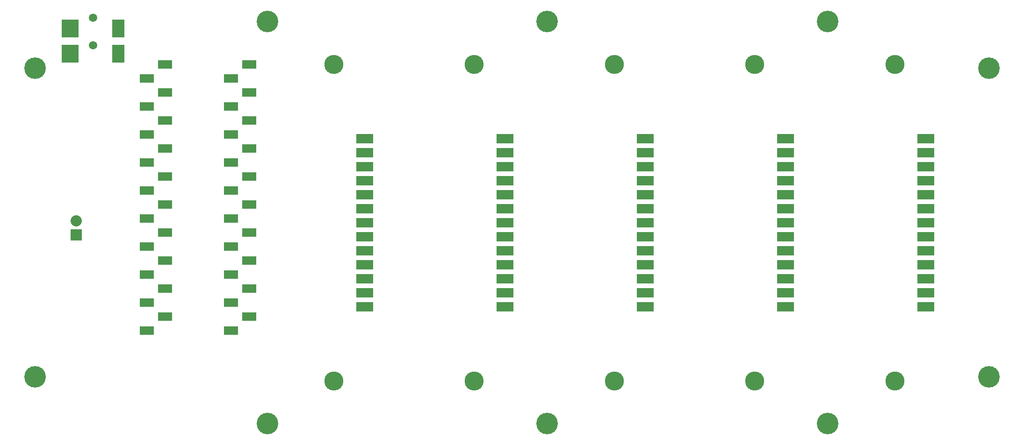
<source format=gts>
G04 (created by PCBNEW-RS274X (2011-05-25)-stable) date Fri 12 Oct 2012 09:19:42 AM PDT*
G01*
G70*
G90*
%MOIN*%
G04 Gerber Fmt 3.4, Leading zero omitted, Abs format*
%FSLAX34Y34*%
G04 APERTURE LIST*
%ADD10C,0.006000*%
%ADD11C,0.153900*%
%ADD12R,0.120000X0.070000*%
%ADD13C,0.136000*%
%ADD14C,0.059000*%
%ADD15R,0.087000X0.130000*%
%ADD16R,0.122400X0.130000*%
%ADD17R,0.080000X0.080000*%
%ADD18C,0.080000*%
%ADD19R,0.098700X0.059400*%
G04 APERTURE END LIST*
G54D10*
G54D11*
X77185Y-41717D03*
X57185Y-41717D03*
X37234Y-41717D03*
X37234Y-13008D03*
X57185Y-13008D03*
X77185Y-13008D03*
G54D12*
X84185Y-21362D03*
X84185Y-22362D03*
X84185Y-23362D03*
X84185Y-24362D03*
X84185Y-25362D03*
X84185Y-26362D03*
X84185Y-27362D03*
X84185Y-28362D03*
X84185Y-29362D03*
X84185Y-30362D03*
X84185Y-31362D03*
X84185Y-32362D03*
X84185Y-33362D03*
G54D13*
X81965Y-16062D03*
X81965Y-38662D03*
G54D12*
X74185Y-21362D03*
X74185Y-22362D03*
X74185Y-23362D03*
X74185Y-24362D03*
X74185Y-25362D03*
X74185Y-26362D03*
X74185Y-27362D03*
X74185Y-28362D03*
X74185Y-29362D03*
X74185Y-30362D03*
X74185Y-31362D03*
X74185Y-32362D03*
X74185Y-33362D03*
G54D13*
X71965Y-16062D03*
X71965Y-38662D03*
G54D12*
X64185Y-21362D03*
X64185Y-22362D03*
X64185Y-23362D03*
X64185Y-24362D03*
X64185Y-25362D03*
X64185Y-26362D03*
X64185Y-27362D03*
X64185Y-28362D03*
X64185Y-29362D03*
X64185Y-30362D03*
X64185Y-31362D03*
X64185Y-32362D03*
X64185Y-33362D03*
G54D13*
X61965Y-16062D03*
X61965Y-38662D03*
G54D12*
X44185Y-21362D03*
X44185Y-22362D03*
X44185Y-23362D03*
X44185Y-24362D03*
X44185Y-25362D03*
X44185Y-26362D03*
X44185Y-27362D03*
X44185Y-28362D03*
X44185Y-29362D03*
X44185Y-30362D03*
X44185Y-31362D03*
X44185Y-32362D03*
X44185Y-33362D03*
G54D13*
X41965Y-16062D03*
X41965Y-38662D03*
G54D14*
X24803Y-12736D03*
X24803Y-14704D03*
G54D15*
X26598Y-15295D03*
X26598Y-13523D03*
G54D16*
X23189Y-13523D03*
X23189Y-15295D03*
G54D17*
X23622Y-28256D03*
G54D18*
X23622Y-27256D03*
G54D19*
X29937Y-16091D03*
X28633Y-17091D03*
X29937Y-18091D03*
X28633Y-19091D03*
X29937Y-20091D03*
X28633Y-21091D03*
X29937Y-22091D03*
X28633Y-23091D03*
X29937Y-24091D03*
X28633Y-25091D03*
X29937Y-26091D03*
X28633Y-27091D03*
X29937Y-28091D03*
X28633Y-29091D03*
X29937Y-30091D03*
X28633Y-31091D03*
X29937Y-32091D03*
X28633Y-33091D03*
X29937Y-34091D03*
X28633Y-35091D03*
X34629Y-35091D03*
X35933Y-34091D03*
X34629Y-33091D03*
X35933Y-32091D03*
X34629Y-31091D03*
X35933Y-30091D03*
X34629Y-29091D03*
X35933Y-28091D03*
X34629Y-27091D03*
X35933Y-26091D03*
X34629Y-25091D03*
X35933Y-24091D03*
X34629Y-23091D03*
X35933Y-22091D03*
X34629Y-21091D03*
X35933Y-20091D03*
X34629Y-19091D03*
X35933Y-18091D03*
X34629Y-17091D03*
X35933Y-16091D03*
G54D11*
X20685Y-16354D03*
X20685Y-38370D03*
X88685Y-38370D03*
X88685Y-16354D03*
G54D12*
X54185Y-21362D03*
X54185Y-22362D03*
X54185Y-23362D03*
X54185Y-24362D03*
X54185Y-25362D03*
X54185Y-26362D03*
X54185Y-27362D03*
X54185Y-28362D03*
X54185Y-29362D03*
X54185Y-30362D03*
X54185Y-31362D03*
X54185Y-32362D03*
X54185Y-33362D03*
G54D13*
X51965Y-16062D03*
X51965Y-38662D03*
M02*

</source>
